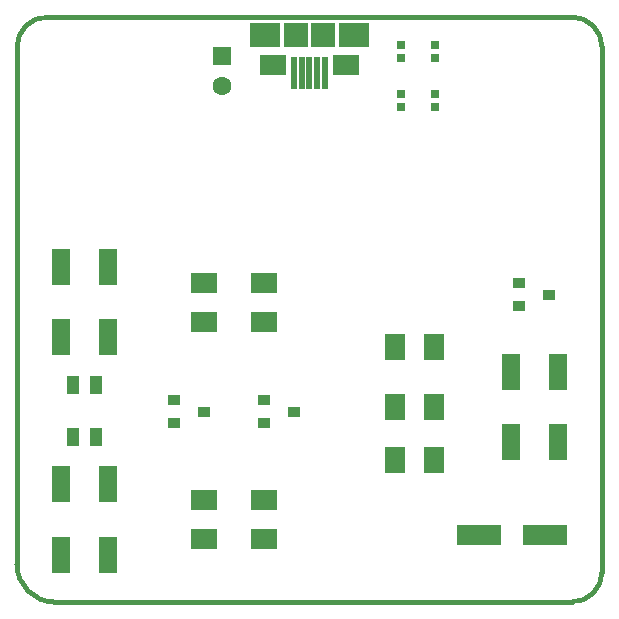
<source format=gts>
G04 (created by PCBNEW (2013-mar-13)-testing) date Mon 19 Aug 2013 04:09:37 PM CEST*
%MOIN*%
G04 Gerber Fmt 3.4, Leading zero omitted, Abs format*
%FSLAX34Y34*%
G01*
G70*
G90*
G04 APERTURE LIST*
%ADD10C,0.000787402*%
%ADD11C,0.015*%
%ADD12R,0.023574X0.106299*%
%ADD13R,0.0905512X0.0708661*%
%ADD14R,0.102374X0.082674*%
%ADD15R,0.078774X0.082674*%
%ADD16R,0.145574X0.070774*%
%ADD17R,0.042874X0.031874*%
%ADD18R,0.062874X0.062874*%
%ADD19C,0.062874*%
%ADD20R,0.062974X0.122074*%
%ADD21R,0.031474X0.0314961*%
%ADD22R,0.087874X0.067874*%
%ADD23R,0.067874X0.087874*%
%ADD24R,0.042874X0.062874*%
G04 APERTURE END LIST*
G54D10*
G54D11*
X67250Y-28250D02*
X49750Y-28250D01*
X68250Y-46750D02*
X68250Y-29250D01*
X68250Y-29250D02*
G75*
G03X67250Y-28250I-1000J0D01*
G74*
G01*
X50000Y-47750D02*
X67250Y-47750D01*
X48750Y-46500D02*
X48750Y-29250D01*
X48750Y-46500D02*
G75*
G03X50000Y-47750I1250J0D01*
G74*
G01*
X67250Y-47750D02*
G75*
G03X68250Y-46750I0J1000D01*
G74*
G01*
X49750Y-28250D02*
G75*
G03X48750Y-29250I0J-1000D01*
G74*
G01*
G54D12*
X58500Y-30116D03*
X58755Y-30116D03*
X58244Y-30116D03*
X59011Y-30116D03*
X57988Y-30116D03*
G54D13*
X59720Y-29860D03*
X57279Y-29860D03*
G54D14*
X59996Y-28857D03*
X57004Y-28857D03*
G54D15*
X58953Y-28857D03*
X58047Y-28857D03*
G54D16*
X66352Y-45500D03*
X64148Y-45500D03*
G54D17*
X54000Y-41775D03*
X54000Y-41025D03*
X55000Y-41400D03*
X65500Y-37875D03*
X65500Y-37125D03*
X66500Y-37500D03*
X57000Y-41775D03*
X57000Y-41025D03*
X58000Y-41400D03*
G54D18*
X55600Y-29550D03*
G54D19*
X55600Y-30550D03*
G54D20*
X50213Y-36569D03*
X51787Y-36569D03*
X50213Y-38931D03*
X51787Y-38931D03*
X50213Y-43819D03*
X51787Y-43819D03*
X50213Y-46181D03*
X51787Y-46181D03*
X65213Y-40069D03*
X66787Y-40069D03*
X65213Y-42431D03*
X66787Y-42431D03*
G54D21*
X61550Y-29183D03*
X61550Y-29616D03*
X62700Y-29183D03*
X62700Y-29616D03*
X61550Y-30833D03*
X61550Y-31266D03*
X62700Y-30833D03*
X62700Y-31266D03*
G54D22*
X55000Y-44350D03*
X55000Y-45650D03*
X55000Y-37100D03*
X55000Y-38400D03*
G54D23*
X62650Y-43000D03*
X61350Y-43000D03*
X62650Y-39250D03*
X61350Y-39250D03*
G54D22*
X57000Y-38400D03*
X57000Y-37100D03*
G54D23*
X62650Y-41250D03*
X61350Y-41250D03*
G54D22*
X57000Y-44350D03*
X57000Y-45650D03*
G54D24*
X50625Y-40500D03*
X51375Y-40500D03*
X50625Y-42250D03*
X51375Y-42250D03*
M02*

</source>
